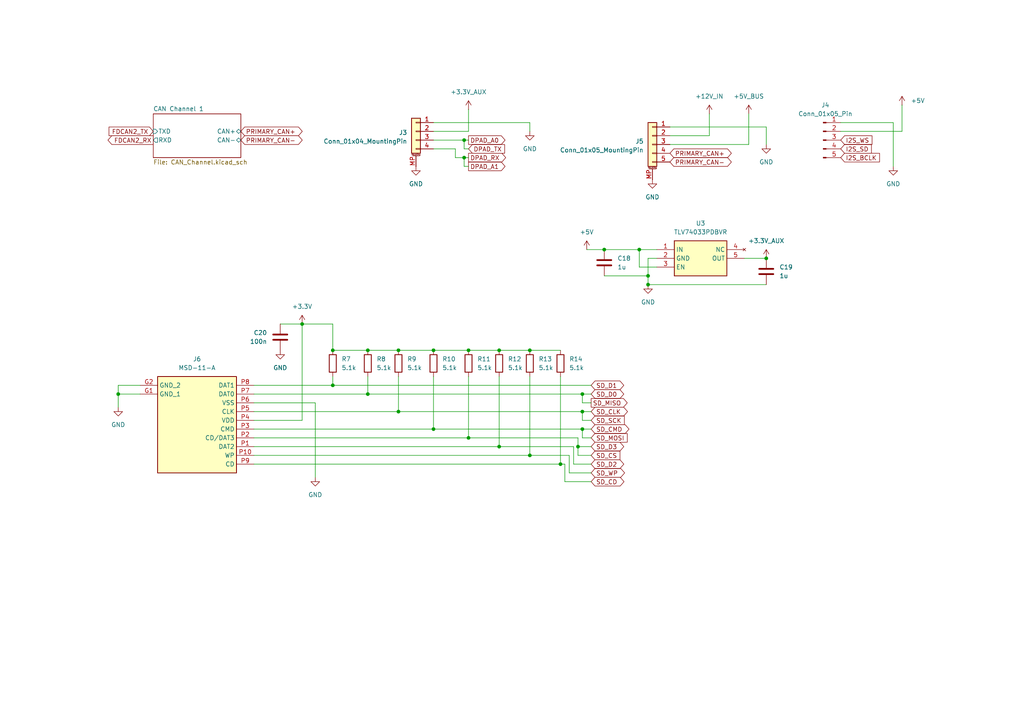
<source format=kicad_sch>
(kicad_sch (version 20250114) (generator "eeschema") (generator_version "9.0")
  (paper "A4")
  (lib_symbols
    (symbol "Connector:Conn_01x05_Pin" (pin_names (offset 1.016) (hide yes))
      (property "Reference" "J" (at 0 7.62 0))
      (property "Value" "Conn_01x05_Pin" (at 0 -7.62 0))
      (symbol "Conn_01x05_Pin_1_1"
        (rectangle (start 0.8636 5.207) (end 0 4.953) (stroke (width 0.1524)) (fill (type outline)))
        (rectangle (start 0.8636 2.667) (end 0 2.413) (stroke (width 0.1524)) (fill (type outline)))
        (rectangle (start 0.8636 0.127) (end 0 -0.127) (stroke (width 0.1524)) (fill (type outline)))
        (rectangle (start 0.8636 -2.413) (end 0 -2.667) (stroke (width 0.1524)) (fill (type outline)))
        (rectangle (start 0.8636 -4.953) (end 0 -5.207) (stroke (width 0.1524)) (fill (type outline)))
        (polyline (pts (xy 1.27 5.08) (xy 0.8636 5.08)) (stroke (width 0.1524)))
        (polyline (pts (xy 1.27 2.54) (xy 0.8636 2.54)) (stroke (width 0.1524)))
        (polyline (pts (xy 1.27 0) (xy 0.8636 0)) (stroke (width 0.1524)))
        (polyline (pts (xy 1.27 -2.54) (xy 0.8636 -2.54)) (stroke (width 0.1524)))
        (polyline (pts (xy 1.27 -5.08) (xy 0.8636 -5.08)) (stroke (width 0.1524)))
        (pin passive line (at 5.08 5.08 180) (length 3.81) (name "Pin_1") (number "1"))
        (pin passive line (at 5.08 2.54 180) (length 3.81) (name "Pin_2") (number "2"))
        (pin passive line (at 5.08 0 180) (length 3.81) (name "Pin_3") (number "3"))
        (pin passive line (at 5.08 -2.54 180) (length 3.81) (name "Pin_4") (number "4"))
        (pin passive line (at 5.08 -5.08 180) (length 3.81) (name "Pin_5") (number "5"))
      )
    )
    (symbol "Connector_Generic_MountingPin:Conn_01x04_MountingPin" (pin_names (offset 1.016) (hide yes))
      (property "Reference" "J" (at 0 5.08 0))
      (property "Value" "Conn_01x04_MountingPin" (at 1.27 -7.62 0))
      (symbol "Conn_01x04_MountingPin_1_1"
        (rectangle (start -1.27 3.81) (end 1.27 -6.35) (stroke (width 0.254)) (fill (type background)))
        (rectangle (start -1.27 2.667) (end 0 2.413) (stroke (width 0.1524)))
        (rectangle (start -1.27 0.127) (end 0 -0.127) (stroke (width 0.1524)))
        (rectangle (start -1.27 -2.413) (end 0 -2.667) (stroke (width 0.1524)))
        (rectangle (start -1.27 -4.953) (end 0 -5.207) (stroke (width 0.1524)))
        (polyline (pts (xy -1.016 -7.112) (xy 1.016 -7.112)) (stroke (width 0.1524)))
        (text "Mounting" (at 0 -6.731 0) (effects (font (size 0.381 0.381))))
        (pin passive line (at -5.08 2.54 0) (length 3.81) (name "Pin_1") (number "1"))
        (pin passive line (at -5.08 0 0) (length 3.81) (name "Pin_2") (number "2"))
        (pin passive line (at -5.08 -2.54 0) (length 3.81) (name "Pin_3") (number "3"))
        (pin passive line (at -5.08 -5.08 0) (length 3.81) (name "Pin_4") (number "4"))
        (pin passive line (at 0 -10.16 90) (length 3.048) (name "MountPin") (number "MP"))
      )
    )
    (symbol "Connector_Generic_MountingPin:Conn_01x05_MountingPin" (pin_names (offset 1.016) (hide yes))
      (property "Reference" "J" (at 0 7.62 0))
      (property "Value" "Conn_01x05_MountingPin" (at 1.27 -7.62 0))
      (symbol "Conn_01x05_MountingPin_1_1"
        (rectangle (start -1.27 6.35) (end 1.27 -6.35) (stroke (width 0.254)) (fill (type background)))
        (rectangle (start -1.27 5.207) (end 0 4.953) (stroke (width 0.1524)))
        (rectangle (start -1.27 2.667) (end 0 2.413) (stroke (width 0.1524)))
        (rectangle (start -1.27 0.127) (end 0 -0.127) (stroke (width 0.1524)))
        (rectangle (start -1.27 -2.413) (end 0 -2.667) (stroke (width 0.1524)))
        (rectangle (start -1.27 -4.953) (end 0 -5.207) (stroke (width 0.1524)))
        (polyline (pts (xy -1.016 -7.112) (xy 1.016 -7.112)) (stroke (width 0.1524)))
        (text "Mounting" (at 0 -6.731 0) (effects (font (size 0.381 0.381))))
        (pin passive line (at -5.08 5.08 0) (length 3.81) (name "Pin_1") (number "1"))
        (pin passive line (at -5.08 2.54 0) (length 3.81) (name "Pin_2") (number "2"))
        (pin passive line (at -5.08 0 0) (length 3.81) (name "Pin_3") (number "3"))
        (pin passive line (at -5.08 -2.54 0) (length 3.81) (name "Pin_4") (number "4"))
        (pin passive line (at -5.08 -5.08 0) (length 3.81) (name "Pin_5") (number "5"))
        (pin passive line (at 0 -10.16 90) (length 3.048) (name "MountPin") (number "MP"))
      )
    )
    (symbol "Device:C" (pin_numbers (hide yes)) (pin_names (offset 0.254))
      (property "Reference" "C" (at 0.635 2.54 0))
      (property "Value" "C" (at 0.635 -2.54 0))
      (symbol "C_0_1"
        (polyline (pts (xy -2.032 0.762) (xy 2.032 0.762)) (stroke (width 0.508)))
        (polyline (pts (xy -2.032 -0.762) (xy 2.032 -0.762)) (stroke (width 0.508)))
      )
      (symbol "C_1_1"
        (pin passive line (at 0 3.81 270) (length 2.794) (name "~") (number "1"))
        (pin passive line (at 0 -3.81 90) (length 2.794) (name "~") (number "2"))
      )
    )
    (symbol "Device:R" (pin_numbers (hide yes)) (pin_names (offset 0))
      (property "Reference" "R" (at 2.032 0 90))
      (property "Value" "R" (at 0 0 90))
      (symbol "R_0_1"
        (rectangle (start -1.016 -2.54) (end 1.016 2.54) (stroke (width 0.254)))
      )
      (symbol "R_1_1"
        (pin passive line (at 0 3.81 270) (length 1.27) (name "~") (number "1"))
        (pin passive line (at 0 -3.81 90) (length 1.27) (name "~") (number "2"))
      )
    )
    (symbol "SamacSys_Parts:MSD-11-A"
      (property "Reference" "J" (at 29.21 7.62 0))
      (property "Value" "MSD-11-A" (at 29.21 5.08 0))
      (symbol "MSD-11-A_1_1"
        (rectangle (start 5.08 2.54) (end 27.94 -25.4) (stroke (width 0.254)) (fill (type background)))
        (pin passive line (at 0 0 0) (length 5.08) (name "GND_2") (number "G2"))
        (pin passive line (at 0 -2.54 0) (length 5.08) (name "GND_1") (number "G1"))
        (pin passive line (at 33.02 0 180) (length 5.08) (name "DAT1") (number "P8"))
        (pin passive line (at 33.02 -2.54 180) (length 5.08) (name "DAT0") (number "P7"))
        (pin passive line (at 33.02 -5.08 180) (length 5.08) (name "VSS") (number "P6"))
        (pin passive line (at 33.02 -7.62 180) (length 5.08) (name "CLK") (number "P5"))
        (pin passive line (at 33.02 -10.16 180) (length 5.08) (name "VDD") (number "P4"))
        (pin passive line (at 33.02 -12.7 180) (length 5.08) (name "CMD") (number "P3"))
        (pin passive line (at 33.02 -15.24 180) (length 5.08) (name "CD/DAT3") (number "P2"))
        (pin passive line (at 33.02 -17.78 180) (length 5.08) (name "DAT2") (number "P1"))
        (pin passive line (at 33.02 -20.32 180) (length 5.08) (name "WP") (number "P10"))
        (pin passive line (at 33.02 -22.86 180) (length 5.08) (name "CD") (number "P9"))
      )
    )
    (symbol "SamacSys_Parts:TLV74033PDBVR"
      (property "Reference" "IC" (at 21.59 7.62 0))
      (property "Value" "TLV74033PDBVR" (at 21.59 5.08 0))
      (symbol "TLV74033PDBVR_1_1"
        (rectangle (start 5.08 2.54) (end 20.32 -7.62) (stroke (width 0.254)) (fill (type background)))
        (pin passive line (at 0 0 0) (length 5.08) (name "IN") (number "1"))
        (pin passive line (at 0 -2.54 0) (length 5.08) (name "GND") (number "2"))
        (pin passive line (at 0 -5.08 0) (length 5.08) (name "EN") (number "3"))
        (pin no_connect line (at 25.4 0 180) (length 5.08) (name "NC") (number "4"))
        (pin passive line (at 25.4 -2.54 180) (length 5.08) (name "OUT") (number "5"))
      )
    )
    (symbol "power:+3.3V" (power) (pin_numbers (hide yes)) (pin_names (offset 0) (hide yes))
      (property "Value" "+3.3V" (at 0 3.556 0))
      (symbol "+3.3V_0_1"
        (polyline (pts (xy -0.762 1.27) (xy 0 2.54)))
        (polyline (pts (xy 0 2.54) (xy 0.762 1.27)))
        (polyline (pts (xy 0 0) (xy 0 2.54)))
      )
      (symbol "+3.3V_1_1"
        (pin power_in line (at 0 0 90) (length 0) (name "~") (number "1"))
      )
    )
    (symbol "power:GND" (power) (pin_numbers (hide yes)) (pin_names (offset 0) (hide yes))
      (property "Value" "GND" (at 0 -3.81 0))
      (symbol "GND_0_1"
        (polyline (pts (xy 0 0) (xy 0 -1.27) (xy 1.27 -1.27) (xy 0 -2.54) (xy -1.27 -1.27) (xy 0 -1.27)))
      )
      (symbol "GND_1_1"
        (pin power_in line (at 0 0 270) (length 0) (name "~") (number "1"))
      )
    )
  )
  (junction (at 115.57 101.6))
  (junction (at 134.62 45.72))
  (junction (at 187.96 80.01))
  (junction (at 153.67 101.6))
  (junction (at 175.26 72.39))
  (junction (at 168.91 114.3))
  (junction (at 168.91 119.38))
  (junction (at 222.25 74.93))
  (junction (at 168.91 124.46))
  (junction (at 162.56 134.62))
  (junction (at 106.68 101.6))
  (junction (at 34.29 114.3))
  (junction (at 96.52 101.6))
  (junction (at 185.42 72.39))
  (junction (at 167.64 129.54))
  (junction (at 135.89 101.6))
  (junction (at 187.96 82.55))
  (junction (at 153.67 132.08))
  (junction (at 87.63 93.98))
  (junction (at 144.78 101.6))
  (junction (at 125.73 124.46))
  (junction (at 125.73 101.6))
  (junction (at 96.52 111.76))
  (junction (at 144.78 129.54))
  (junction (at 135.89 127))
  (junction (at 134.62 40.64))
  (junction (at 115.57 119.38))
  (junction (at 106.68 114.3))
  (wire (pts (xy 115.57 109.22) (xy 115.57 119.38)))
  (wire (pts (xy 170.18 72.39) (xy 175.26 72.39)))
  (wire (pts (xy 153.67 132.08) (xy 73.66 132.08)))
  (wire (pts (xy 166.37 134.62) (xy 166.37 129.54)))
  (wire (pts (xy 187.96 80.01) (xy 187.96 82.55)))
  (wire (pts (xy 135.89 31.75) (xy 135.89 38.1)))
  (wire (pts (xy 163.83 134.62) (xy 162.56 134.62)))
  (wire (pts (xy 34.29 114.3) (xy 34.29 118.11)))
  (wire (pts (xy 167.64 129.54) (xy 171.45 129.54)))
  (wire (pts (xy 205.74 33.02) (xy 205.74 39.37)))
  (wire (pts (xy 187.96 82.55) (xy 222.25 82.55)))
  (wire (pts (xy 96.52 109.22) (xy 96.52 111.76)))
  (wire (pts (xy 217.17 33.02) (xy 217.17 41.91)))
  (wire (pts (xy 125.73 40.64) (xy 134.62 40.64)))
  (wire (pts (xy 40.64 111.76) (xy 34.29 111.76)))
  (wire (pts (xy 144.78 129.54) (xy 73.66 129.54)))
  (wire (pts (xy 34.29 111.76) (xy 34.29 114.3)))
  (wire (pts (xy 73.66 114.3) (xy 106.68 114.3)))
  (wire (pts (xy 132.08 43.18) (xy 132.08 45.72)))
  (wire (pts (xy 96.52 101.6) (xy 106.68 101.6)))
  (wire (pts (xy 167.64 129.54) (xy 167.64 127)))
  (wire (pts (xy 73.66 121.92) (xy 87.63 121.92)))
  (wire (pts (xy 125.73 109.22) (xy 125.73 124.46)))
  (wire (pts (xy 165.1 132.08) (xy 153.67 132.08)))
  (wire (pts (xy 135.89 38.1) (xy 125.73 38.1)))
  (wire (pts (xy 135.89 109.22) (xy 135.89 127)))
  (wire (pts (xy 166.37 129.54) (xy 144.78 129.54)))
  (wire (pts (xy 153.67 35.56) (xy 153.67 38.1)))
  (wire (pts (xy 106.68 101.6) (xy 115.57 101.6)))
  (wire (pts (xy 222.25 41.91) (xy 222.25 36.83)))
  (wire (pts (xy 115.57 119.38) (xy 168.91 119.38)))
  (wire (pts (xy 73.66 119.38) (xy 115.57 119.38)))
  (wire (pts (xy 168.91 127) (xy 171.45 127)))
  (wire (pts (xy 190.5 74.93) (xy 187.96 74.93)))
  (wire (pts (xy 167.64 127) (xy 135.89 127)))
  (wire (pts (xy 125.73 43.18) (xy 132.08 43.18)))
  (wire (pts (xy 171.45 139.7) (xy 163.83 139.7)))
  (wire (pts (xy 132.08 45.72) (xy 134.62 45.72)))
  (wire (pts (xy 125.73 101.6) (xy 135.89 101.6)))
  (wire (pts (xy 168.91 114.3) (xy 171.45 114.3)))
  (wire (pts (xy 190.5 77.47) (xy 185.42 77.47)))
  (wire (pts (xy 81.28 93.98) (xy 87.63 93.98)))
  (wire (pts (xy 168.91 121.92) (xy 168.91 119.38)))
  (wire (pts (xy 91.44 116.84) (xy 91.44 138.43)))
  (wire (pts (xy 153.67 101.6) (xy 162.56 101.6)))
  (wire (pts (xy 243.84 38.1) (xy 261.62 38.1)))
  (wire (pts (xy 185.42 72.39) (xy 190.5 72.39)))
  (wire (pts (xy 134.62 43.18) (xy 134.62 40.64)))
  (wire (pts (xy 134.62 48.26) (xy 135.89 48.26)))
  (wire (pts (xy 106.68 114.3) (xy 168.91 114.3)))
  (wire (pts (xy 163.83 139.7) (xy 163.83 134.62)))
  (wire (pts (xy 96.52 101.6) (xy 96.52 93.98)))
  (wire (pts (xy 171.45 134.62) (xy 166.37 134.62)))
  (wire (pts (xy 243.84 35.56) (xy 259.08 35.56)))
  (wire (pts (xy 217.17 41.91) (xy 194.31 41.91)))
  (wire (pts (xy 144.78 109.22) (xy 144.78 129.54)))
  (wire (pts (xy 34.29 114.3) (xy 40.64 114.3)))
  (wire (pts (xy 125.73 35.56) (xy 153.67 35.56)))
  (wire (pts (xy 168.91 116.84) (xy 171.45 116.84)))
  (wire (pts (xy 168.91 124.46) (xy 168.91 127)))
  (wire (pts (xy 153.67 109.22) (xy 153.67 132.08)))
  (wire (pts (xy 167.64 129.54) (xy 167.64 132.08)))
  (wire (pts (xy 222.25 36.83) (xy 194.31 36.83)))
  (wire (pts (xy 215.9 74.93) (xy 222.25 74.93)))
  (wire (pts (xy 259.08 35.56) (xy 259.08 48.26)))
  (wire (pts (xy 168.91 121.92) (xy 171.45 121.92)))
  (wire (pts (xy 125.73 124.46) (xy 73.66 124.46)))
  (wire (pts (xy 96.52 111.76) (xy 73.66 111.76)))
  (wire (pts (xy 162.56 134.62) (xy 73.66 134.62)))
  (wire (pts (xy 168.91 119.38) (xy 171.45 119.38)))
  (wire (pts (xy 171.45 111.76) (xy 96.52 111.76)))
  (wire (pts (xy 135.89 45.72) (xy 134.62 45.72)))
  (wire (pts (xy 134.62 45.72) (xy 134.62 48.26)))
  (wire (pts (xy 205.74 39.37) (xy 194.31 39.37)))
  (wire (pts (xy 175.26 72.39) (xy 185.42 72.39)))
  (wire (pts (xy 168.91 116.84) (xy 168.91 114.3)))
  (wire (pts (xy 168.91 124.46) (xy 125.73 124.46)))
  (wire (pts (xy 106.68 109.22) (xy 106.68 114.3)))
  (wire (pts (xy 87.63 121.92) (xy 87.63 93.98)))
  (wire (pts (xy 171.45 132.08) (xy 167.64 132.08)))
  (wire (pts (xy 185.42 77.47) (xy 185.42 72.39)))
  (wire (pts (xy 135.89 127) (xy 73.66 127)))
  (wire (pts (xy 115.57 101.6) (xy 125.73 101.6)))
  (wire (pts (xy 162.56 109.22) (xy 162.56 134.62)))
  (wire (pts (xy 73.66 116.84) (xy 91.44 116.84)))
  (wire (pts (xy 187.96 74.93) (xy 187.96 80.01)))
  (wire (pts (xy 135.89 43.18) (xy 134.62 43.18)))
  (wire (pts (xy 261.62 30.48) (xy 261.62 38.1)))
  (wire (pts (xy 135.89 101.6) (xy 144.78 101.6)))
  (wire (pts (xy 134.62 40.64) (xy 135.89 40.64)))
  (wire (pts (xy 165.1 137.16) (xy 165.1 132.08)))
  (wire (pts (xy 171.45 124.46) (xy 168.91 124.46)))
  (wire (pts (xy 96.52 93.98) (xy 87.63 93.98)))
  (wire (pts (xy 144.78 101.6) (xy 153.67 101.6)))
  (wire (pts (xy 175.26 80.01) (xy 187.96 80.01)))
  (wire (pts (xy 171.45 137.16) (xy 165.1 137.16)))
  (global_label "SD_MOSI" (shape input) (at 171.45 127 0) (property "Intersheetrefs" "${INTERSHEET_REFS}" (effects (hide yes))))
  (global_label "SD_CS" (shape input) (at 171.45 132.08 0) (property "Intersheetrefs" "${INTERSHEET_REFS}" (effects (hide yes))))
  (global_label "DPAD_A1" (shape output) (at 135.89 48.26 0) (property "Intersheetrefs" "${INTERSHEET_REFS}" (effects (hide yes))))
  (global_label "PRIMARY_CAN-" (shape bidirectional) (at 194.31 46.99 0) (property "Intersheetrefs" "${INTERSHEET_REFS}" (effects (hide yes))))
  (global_label "SD_MISO" (shape output) (at 171.45 116.84 0) (property "Intersheetrefs" "${INTERSHEET_REFS}" (effects (hide yes))))
  (global_label "FDCAN2_RX" (shape output) (at 44.45 40.64 180) (property "Intersheetrefs" "${INTERSHEET_REFS}" (effects (hide yes))))
  (global_label "PRIMARY_CAN+" (shape bidirectional) (at 69.85 38.1 0) (property "Intersheetrefs" "${INTERSHEET_REFS}" (effects (hide yes))))
  (global_label "FDCAN2_TX" (shape input) (at 44.45 38.1 180) (property "Intersheetrefs" "${INTERSHEET_REFS}" (effects (hide yes))))
  (global_label "DPAD_A0" (shape output) (at 135.89 40.64 0) (property "Intersheetrefs" "${INTERSHEET_REFS}" (effects (hide yes))))
  (global_label "SD_D2" (shape bidirectional) (at 171.45 134.62 0) (property "Intersheetrefs" "${INTERSHEET_REFS}" (effects (hide yes))))
  (global_label "SD_CLK" (shape bidirectional) (at 171.45 119.38 0) (property "Intersheetrefs" "${INTERSHEET_REFS}" (effects (hide yes))))
  (global_label "SD_CMD" (shape bidirectional) (at 171.45 124.46 0) (property "Intersheetrefs" "${INTERSHEET_REFS}" (effects (hide yes))))
  (global_label "SD_D1" (shape bidirectional) (at 171.45 111.76 0) (property "Intersheetrefs" "${INTERSHEET_REFS}" (effects (hide yes))))
  (global_label "PRIMARY_CAN-" (shape bidirectional) (at 69.85 40.64 0) (property "Intersheetrefs" "${INTERSHEET_REFS}" (effects (hide yes))))
  (global_label "I2S_WS" (shape input) (at 243.84 40.64 0) (property "Intersheetrefs" "${INTERSHEET_REFS}" (effects (hide yes))))
  (global_label "DPAD_RX" (shape output) (at 135.89 45.72 0) (property "Intersheetrefs" "${INTERSHEET_REFS}" (effects (hide yes))))
  (global_label "SD_CD" (shape bidirectional) (at 171.45 139.7 0) (property "Intersheetrefs" "${INTERSHEET_REFS}" (effects (hide yes))))
  (global_label "DPAD_TX" (shape input) (at 135.89 43.18 0) (property "Intersheetrefs" "${INTERSHEET_REFS}" (effects (hide yes))))
  (global_label "SD_D3" (shape bidirectional) (at 171.45 129.54 0) (property "Intersheetrefs" "${INTERSHEET_REFS}" (effects (hide yes))))
  (global_label "SD_WP" (shape bidirectional) (at 171.45 137.16 0) (property "Intersheetrefs" "${INTERSHEET_REFS}" (effects (hide yes))))
  (global_label "I2S_SD" (shape input) (at 243.84 43.18 0) (property "Intersheetrefs" "${INTERSHEET_REFS}" (effects (hide yes))))
  (global_label "PRIMARY_CAN+" (shape bidirectional) (at 194.31 44.45 0) (property "Intersheetrefs" "${INTERSHEET_REFS}" (effects (hide yes))))
  (global_label "I2S_BCLK" (shape input) (at 243.84 45.72 0) (property "Intersheetrefs" "${INTERSHEET_REFS}" (effects (hide yes))))
  (global_label "SD_SCK" (shape input) (at 171.45 121.92 0) (property "Intersheetrefs" "${INTERSHEET_REFS}" (effects (hide yes))))
  (global_label "SD_D0" (shape bidirectional) (at 171.45 114.3 0) (property "Intersheetrefs" "${INTERSHEET_REFS}" (effects (hide yes))))
  (symbol (lib_id "Connector_Generic_MountingPin:Conn_01x05_MountingPin") (at 189.23 41.91 0) (mirror y) (unit 1)
    (property "Reference" "J5" (at 186.69 40.9955 0) (effects (justify left)))
    (property "Value" "Conn_01x05_MountingPin" (at 186.69 43.5355 0) (effects (justify left)))
    (property "Footprint" "Connector_Molex:Molex_Micro-Fit_3.0_43650-0510_1x05-1MP_P3.00mm_Horizontal" (effects (hide yes)))
    (property "Description" "Generic connectable mounting pin connector, single row, 01x05, script generated (kicad-library-utils/schlib/autogen/connector/)" (effects (hide yes)))
  )
  (symbol (lib_id "power:GND") (at 222.25 41.91 0) (unit 1)
    (property "Reference" "#PWR027" (effects (hide yes)))
    (property "Value" "GND" (at 222.25 46.99 0))
    (property "Description" "Power symbol creates a global label with name \"GND\" , ground" (effects (hide yes)))
  )
  (symbol (lib_id "power:+3.3V") (at 222.25 74.93 0) (unit 1)
    (property "Reference" "#PWR032" (effects (hide yes)))
    (property "Value" "+3.3V_AUX" (at 222.25 69.85 0))
    (property "Description" "Power symbol creates a global label with name \"+3.3V\"" (effects (hide yes)))
  )
  (symbol (lib_id "Device:R") (at 115.57 105.41 180) (unit 1)
    (property "Reference" "R9" (at 118.11 104.1399 0) (effects (justify right)))
    (property "Value" "5.1k" (at 118.11 106.6799 0) (effects (justify right)))
    (property "Footprint" "Resistor_SMD:R_0603_1608Metric_Pad0.98x0.95mm_HandSolder" (effects (hide yes)))
    (property "Description" "Resistor" (effects (hide yes)))
  )
  (symbol (lib_id "power:GND") (at 120.65 48.26 0) (unit 1)
    (property "Reference" "#PWR028" (effects (hide yes)))
    (property "Value" "GND" (at 120.65 53.34 0))
    (property "Description" "Power symbol creates a global label with name \"GND\" , ground" (effects (hide yes)))
  )
  (symbol (lib_id "Device:R") (at 162.56 105.41 180) (unit 1)
    (property "Reference" "R14" (at 165.1 104.1399 0) (effects (justify right)))
    (property "Value" "5.1k" (at 165.1 106.6799 0) (effects (justify right)))
    (property "Footprint" "Resistor_SMD:R_0603_1608Metric_Pad0.98x0.95mm_HandSolder" (effects (hide yes)))
    (property "Description" "Resistor" (effects (hide yes)))
  )
  (symbol (lib_id "Device:R") (at 125.73 105.41 180) (unit 1)
    (property "Reference" "R10" (at 128.27 104.1399 0) (effects (justify right)))
    (property "Value" "5.1k" (at 128.27 106.6799 0) (effects (justify right)))
    (property "Footprint" "Resistor_SMD:R_0603_1608Metric_Pad0.98x0.95mm_HandSolder" (effects (hide yes)))
    (property "Description" "Resistor" (effects (hide yes)))
  )
  (symbol (lib_id "Connector:Conn_01x05_Pin") (at 238.76 40.64 0) (unit 1)
    (property "Reference" "J4" (at 239.395 30.48 0))
    (property "Value" "Conn_01x05_Pin" (at 239.395 33.02 0))
    (property "Footprint" "Connector_PinHeader_2.54mm:PinHeader_1x05_P2.54mm_Vertical" (effects (hide yes)))
    (property "Description" "Generic connector, single row, 01x05, script generated" (effects (hide yes)))
  )
  (symbol (lib_id "SamacSys_Parts:TLV74033PDBVR") (at 190.5 72.39 0) (unit 1)
    (property "Reference" "U3" (at 203.2 64.77 0))
    (property "Value" "TLV74033PDBVR" (at 203.2 67.31 0))
    (property "Footprint" "SamacSys_Parts:SOT95P280X145-5N" (effects (hide yes)))
    (property "Datasheet" "https://www.ti.com/lit/ds/symlink/tlv740p.pdf?ts=1599647884466&ref_url=https%253A%252F%252Fwww.ti.com%252Fpower-management%252Flinear-regulators-ldo%252Fproducts.html" (effects (hide yes)))
    (property "Description" "LDO Voltage Regulators" (effects (hide yes)))
    (property "Height" "1.45" (effects (hide yes)))
    (property "Mouser Part Number" "595-TLV74033PDBVR" (effects (hide yes)))
    (property "Mouser Price/Stock" "https://www.mouser.co.uk/ProductDetail/Texas-Instruments/TLV74033PDBVR?qs=sPbYRqrBIVkaG2WMvPh1eg%3D%3D" (effects (hide yes)))
    (property "Manufacturer_Name" "Texas Instruments" (effects (hide yes)))
    (property "Manufacturer_Part_Number" "TLV74033PDBVR" (effects (hide yes)))
  )
  (symbol (lib_id "power:GND") (at 259.08 48.26 0) (unit 1)
    (property "Reference" "#PWR029" (effects (hide yes)))
    (property "Value" "GND" (at 259.08 53.34 0))
    (property "Description" "Power symbol creates a global label with name \"GND\" , ground" (effects (hide yes)))
  )
  (symbol (lib_id "SamacSys_Parts:MSD-11-A") (at 40.64 111.76 0) (unit 1)
    (property "Reference" "J6" (at 57.15 104.14 0))
    (property "Value" "MSD-11-A" (at 57.15 106.68 0))
    (property "Footprint" "SamacSys_Parts:MSD11A" (effects (hide yes)))
    (property "Datasheet" "https://www.sameskydevices.com/product/resource/msd-11-a.pdf" (effects (hide yes)))
    (property "Description" "Micro SD Card Connector, 8 Positions, Connector and Ejector, Push In, Auto Eject Out, Surface Mount, 1.85 mm Heaight Above Board, Gold Flash" (effects (hide yes)))
    (property "Height" "2.05" (effects (hide yes)))
    (property "Mouser Part Number" "179-MSD-11-A" (effects (hide yes)))
    (property "Mouser Price/Stock" "https://www.mouser.co.uk/ProductDetail/Same-Sky/MSD-11-A?qs=Z%252BL2brAPG1Ik3z2e2QtVog%3D%3D" (effects (hide yes)))
    (property "Manufacturer_Name" "Same Sky" (effects (hide yes)))
    (property "Manufacturer_Part_Number" "MSD-11-A" (effects (hide yes)))
  )
  (symbol (lib_id "power:+3.3V") (at 135.89 31.75 0) (unit 1)
    (property "Reference" "#PWR023" (effects (hide yes)))
    (property "Value" "+3.3V_AUX" (at 135.89 26.67 0))
    (property "Description" "Power symbol creates a global label with name \"+3.3V\"" (effects (hide yes)))
  )
  (symbol (lib_id "power:GND") (at 187.96 82.55 0) (unit 1)
    (property "Reference" "#PWR033" (effects (hide yes)))
    (property "Value" "GND" (at 187.96 87.63 0))
    (property "Description" "Power symbol creates a global label with name \"GND\" , ground" (effects (hide yes)))
  )
  (symbol (lib_id "power:+3.3V") (at 205.74 33.02 0) (unit 1)
    (property "Reference" "#PWR024" (effects (hide yes)))
    (property "Value" "+12V_IN" (at 205.74 27.94 0))
    (property "Description" "Power symbol creates a global label with name \"+3.3V\"" (effects (hide yes)))
  )
  (symbol (lib_id "Device:R") (at 153.67 105.41 180) (unit 1)
    (property "Reference" "R13" (at 156.21 104.1399 0) (effects (justify right)))
    (property "Value" "5.1k" (at 156.21 106.6799 0) (effects (justify right)))
    (property "Footprint" "Resistor_SMD:R_0603_1608Metric_Pad0.98x0.95mm_HandSolder" (effects (hide yes)))
    (property "Description" "Resistor" (effects (hide yes)))
  )
  (symbol (lib_id "Device:C") (at 222.25 78.74 0) (unit 1)
    (property "Reference" "C19" (at 226.06 77.4699 0) (effects (justify left)))
    (property "Value" "1u" (at 226.06 80.0099 0) (effects (justify left)))
    (property "Footprint" "Capacitor_SMD:C_0603_1608Metric_Pad1.08x0.95mm_HandSolder" (effects (hide yes)))
    (property "Description" "Unpolarized capacitor" (effects (hide yes)))
  )
  (symbol (lib_id "Device:R") (at 106.68 105.41 180) (unit 1)
    (property "Reference" "R8" (at 109.22 104.1399 0) (effects (justify right)))
    (property "Value" "5.1k" (at 109.22 106.6799 0) (effects (justify right)))
    (property "Footprint" "Resistor_SMD:R_0603_1608Metric_Pad0.98x0.95mm_HandSolder" (effects (hide yes)))
    (property "Description" "Resistor" (effects (hide yes)))
  )
  (symbol (lib_id "power:+3.3V") (at 217.17 33.02 0) (unit 1)
    (property "Reference" "#PWR025" (effects (hide yes)))
    (property "Value" "+5V_BUS" (at 217.17 27.94 0))
    (property "Description" "Power symbol creates a global label with name \"+3.3V\"" (effects (hide yes)))
  )
  (symbol (lib_id "Device:R") (at 135.89 105.41 180) (unit 1)
    (property "Reference" "R11" (at 138.43 104.1399 0) (effects (justify right)))
    (property "Value" "5.1k" (at 138.43 106.6799 0) (effects (justify right)))
    (property "Footprint" "Resistor_SMD:R_0603_1608Metric_Pad0.98x0.95mm_HandSolder" (effects (hide yes)))
    (property "Description" "Resistor" (effects (hide yes)))
  )
  (symbol (lib_id "power:+3.3V") (at 170.18 72.39 0) (unit 1)
    (property "Reference" "#PWR031" (effects (hide yes)))
    (property "Value" "+5V" (at 170.18 67.31 0))
    (property "Description" "Power symbol creates a global label with name \"+3.3V\"" (effects (hide yes)))
  )
  (symbol (lib_id "power:GND") (at 189.23 52.07 0) (unit 1)
    (property "Reference" "#PWR030" (effects (hide yes)))
    (property "Value" "GND" (at 189.23 57.15 0))
    (property "Description" "Power symbol creates a global label with name \"GND\" , ground" (effects (hide yes)))
  )
  (symbol (lib_id "power:GND") (at 34.29 118.11 0) (unit 1)
    (property "Reference" "#PWR036" (effects (hide yes)))
    (property "Value" "GND" (at 34.29 123.19 0))
    (property "Description" "Power symbol creates a global label with name \"GND\" , ground" (effects (hide yes)))
  )
  (symbol (lib_id "power:+3.3V") (at 261.62 30.48 0) (unit 1)
    (property "Reference" "#PWR022" (effects (hide yes)))
    (property "Value" "+5V" (at 264.16 29.2099 0) (effects (justify left)))
    (property "Description" "Power symbol creates a global label with name \"+3.3V\"" (effects (hide yes)))
  )
  (symbol (lib_id "Device:C") (at 81.28 97.79 0) (mirror y) (unit 1)
    (property "Reference" "C20" (at 77.47 96.5199 0) (effects (justify left)))
    (property "Value" "100n" (at 77.47 99.0599 0) (effects (justify left)))
    (property "Footprint" "Capacitor_SMD:C_0603_1608Metric_Pad1.08x0.95mm_HandSolder" (effects (hide yes)))
    (property "Description" "Unpolarized capacitor" (effects (hide yes)))
  )
  (symbol (lib_id "power:GND") (at 81.28 101.6 0) (mirror y) (unit 1)
    (property "Reference" "#PWR035" (effects (hide yes)))
    (property "Value" "GND" (at 81.28 106.68 0))
    (property "Description" "Power symbol creates a global label with name \"GND\" , ground" (effects (hide yes)))
  )
  (symbol (lib_id "power:+3.3V") (at 87.63 93.98 0) (unit 1)
    (property "Reference" "#PWR034" (effects (hide yes)))
    (property "Value" "+3.3V" (at 87.63 88.9 0))
    (property "Description" "Power symbol creates a global label with name \"+3.3V\"" (effects (hide yes)))
  )
  (symbol (lib_id "Connector_Generic_MountingPin:Conn_01x04_MountingPin") (at 120.65 38.1 0) (mirror y) (unit 1)
    (property "Reference" "J3" (at 118.11 38.4555 0) (effects (justify left)))
    (property "Value" "Conn_01x04_MountingPin" (at 118.11 40.9955 0) (effects (justify left)))
    (property "Footprint" "Connector_Molex:Molex_Micro-Fit_3.0_43650-0410_1x04-1MP_P3.00mm_Horizontal" (effects (hide yes)))
    (property "Description" "Generic connectable mounting pin connector, single row, 01x04, script generated (kicad-library-utils/schlib/autogen/connector/)" (effects (hide yes)))
  )
  (symbol (lib_id "power:GND") (at 91.44 138.43 0) (mirror y) (unit 1)
    (property "Reference" "#PWR037" (effects (hide yes)))
    (property "Value" "GND" (at 91.44 143.51 0))
    (property "Description" "Power symbol creates a global label with name \"GND\" , ground" (effects (hide yes)))
  )
  (symbol (lib_id "power:GND") (at 153.67 38.1 0) (unit 1)
    (property "Reference" "#PWR026" (effects (hide yes)))
    (property "Value" "GND" (at 153.67 43.18 0))
    (property "Description" "Power symbol creates a global label with name \"GND\" , ground" (effects (hide yes)))
  )
  (symbol (lib_id "Device:R") (at 144.78 105.41 180) (unit 1)
    (property "Reference" "R12" (at 147.32 104.1399 0) (effects (justify right)))
    (property "Value" "5.1k" (at 147.32 106.6799 0) (effects (justify right)))
    (property "Footprint" "Resistor_SMD:R_0603_1608Metric_Pad0.98x0.95mm_HandSolder" (effects (hide yes)))
    (property "Description" "Resistor" (effects (hide yes)))
  )
  (symbol (lib_id "Device:R") (at 96.52 105.41 180) (unit 1)
    (property "Reference" "R7" (at 99.06 104.1399 0) (effects (justify right)))
    (property "Value" "5.1k" (at 99.06 106.6799 0) (effects (justify right)))
    (property "Footprint" "Resistor_SMD:R_0603_1608Metric_Pad0.98x0.95mm_HandSolder" (effects (hide yes)))
    (property "Description" "Resistor" (effects (hide yes)))
  )
  (symbol (lib_id "Device:C") (at 175.26 76.2 0) (unit 1)
    (property "Reference" "C18" (at 179.07 74.9299 0) (effects (justify left)))
    (property "Value" "1u" (at 179.07 77.4699 0) (effects (justify left)))
    (property "Footprint" "Capacitor_SMD:C_0603_1608Metric_Pad1.08x0.95mm_HandSolder" (effects (hide yes)))
    (property "Description" "Unpolarized capacitor" (effects (hide yes)))
  )
  (sheet (at 44.45 33.02) (size 25.4 12.7) (stroke (width 0.1524))
    (property "Sheetname" "CAN Channel 1" (at 44.45 32.3084 0) (effects (justify left bottom)))
    (property "Sheetfile" "CAN_Channel.kicad_sch" (at 44.45 46.3046 0) (effects (justify left top)))
    (pin "CAN+" bidirectional (at 69.85 38.1 0))
    (pin "CAN-" bidirectional (at 69.85 40.64 0))
    (pin "TXD" input (at 44.45 38.1 180))
    (pin "RXD" output (at 44.45 40.64 180))
  )
)
</source>
